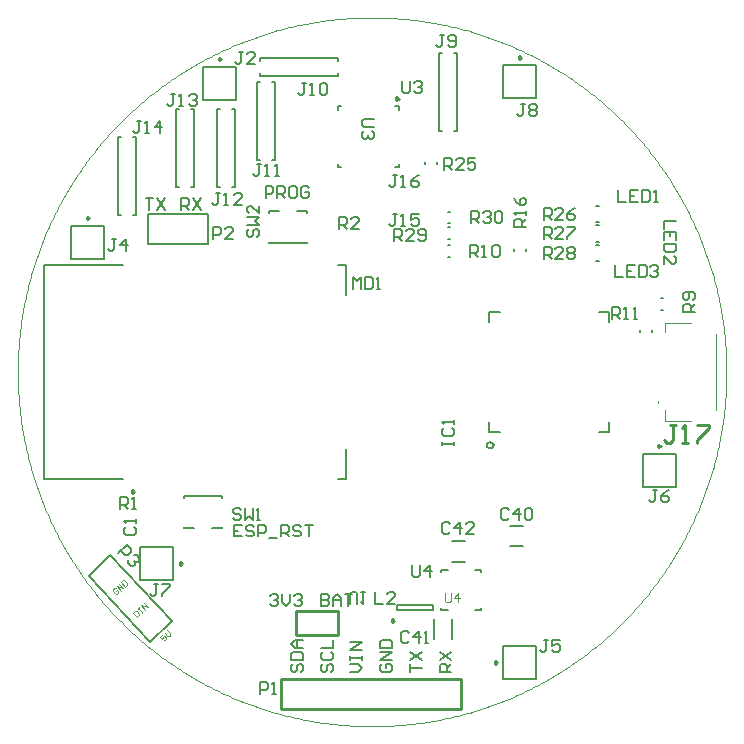
<source format=gto>
G04*
G04 #@! TF.GenerationSoftware,Altium Limited,Altium Designer,22.4.2 (48)*
G04*
G04 Layer_Color=65535*
%FSLAX25Y25*%
%MOIN*%
G70*
G04*
G04 #@! TF.SameCoordinates,A5219701-5F61-4D45-AD81-8ED9BC4A77AE*
G04*
G04*
G04 #@! TF.FilePolarity,Positive*
G04*
G01*
G75*
%ADD10C,0.00984*%
%ADD11C,0.00394*%
%ADD12C,0.00394*%
%ADD13C,0.00591*%
%ADD14C,0.00787*%
%ADD15C,0.01000*%
%ADD16C,0.00600*%
%ADD17C,0.00004*%
%ADD18C,0.00700*%
%ADD19C,0.00400*%
D10*
X146618Y228941D02*
X145880Y229367D01*
Y228515D01*
X146618Y228941D01*
X74563Y74000D02*
X73825Y74426D01*
Y73574D01*
X74563Y74000D01*
X145177Y54941D02*
X144439Y55367D01*
Y54515D01*
X145177Y54941D01*
X58524Y97933D02*
X57785Y98359D01*
Y97507D01*
X58524Y97933D01*
X179421Y41000D02*
X178683Y41426D01*
Y40574D01*
X179421Y41000D01*
X87492Y242071D02*
X86754Y242497D01*
Y241645D01*
X87492Y242071D01*
X43492Y189071D02*
X42754Y189497D01*
Y188645D01*
X43492Y189071D01*
X233992Y113071D02*
X233254Y113497D01*
Y112645D01*
X233992Y113071D01*
X187492Y242571D02*
X186754Y242997D01*
Y242145D01*
X187492Y242571D01*
D11*
X232976Y127953D02*
Y127559D01*
Y127953D01*
X252465Y125197D02*
Y150394D01*
X235535Y154134D02*
X244000D01*
X235535Y151181D02*
Y154134D01*
Y121457D02*
Y125197D01*
Y121457D02*
X244000D01*
X68137Y50390D02*
X67177Y49496D01*
X67848Y48776D01*
X68104Y49463D01*
X68344Y49687D01*
X68808Y49671D01*
X69255Y49191D01*
X69239Y48728D01*
X68759Y48280D01*
X68296Y48296D01*
X68616Y50838D02*
X69511Y49878D01*
X70438Y49846D01*
X70471Y50773D01*
X69576Y51732D01*
X58177Y57496D02*
X59519Y56056D01*
X60239Y56727D01*
X60255Y57191D01*
X59360Y58151D01*
X58897Y58167D01*
X58177Y57496D01*
X59617Y58838D02*
X60096Y59285D01*
X59856Y59061D01*
X61199Y57622D01*
X60959Y57398D01*
X61438Y57846D01*
X62158Y58517D02*
X60816Y59956D01*
X63117Y59412D01*
X61775Y60851D01*
X52360Y65650D02*
X51897Y65667D01*
X51417Y65219D01*
X51401Y64756D01*
X52296Y63796D01*
X52759Y63780D01*
X53239Y64227D01*
X53255Y64691D01*
X52808Y65171D01*
X52328Y64723D01*
X53959Y64899D02*
X52617Y66338D01*
X54918Y65793D01*
X53576Y67232D01*
X54056Y67680D02*
X55398Y66241D01*
X56117Y66912D01*
X56134Y67375D01*
X55239Y68335D01*
X54775Y68351D01*
X54056Y67680D01*
D12*
X159496Y71106D02*
D03*
D13*
X178279Y113386D02*
X177860Y114256D01*
X176918Y114471D01*
X176162Y113869D01*
Y112903D01*
X176918Y112300D01*
X177860Y112515D01*
X178279Y113386D01*
X212606Y186756D02*
X213394D01*
X212606Y181244D02*
X213394D01*
X212606Y180256D02*
X213394D01*
X212606Y174744D02*
X213394D01*
X212606Y193256D02*
X213394D01*
X212606Y187744D02*
X213394D01*
X163106Y176031D02*
X163894D01*
X163106Y179968D02*
X163894D01*
X216929Y117717D02*
Y121260D01*
X213386Y117717D02*
X216929D01*
X213386Y157874D02*
X216929D01*
Y154331D02*
Y157874D01*
X176772D02*
X180315D01*
X176772Y154331D02*
Y157874D01*
Y117717D02*
Y121260D01*
Y117717D02*
X180315D01*
X163106Y187303D02*
X163894D01*
X163106Y191240D02*
X163894D01*
X163106Y182032D02*
X163894D01*
X163106Y185969D02*
X163894D01*
X234106Y162469D02*
X234894D01*
X234106Y158532D02*
X234894D01*
X227032Y151106D02*
Y151894D01*
X230969Y151106D02*
Y151894D01*
X188969Y178106D02*
Y178894D01*
X185032Y178106D02*
Y178894D01*
X155531Y207106D02*
Y207894D01*
X159468Y207106D02*
Y207894D01*
D14*
X145595Y226382D02*
X146716D01*
Y225260D02*
Y226382D01*
Y206106D02*
Y207228D01*
X145595Y206106D02*
X146716D01*
X126441D02*
X127563D01*
X126441D02*
Y207228D01*
Y226382D02*
X127563D01*
X126441Y225260D02*
Y226382D01*
X71512Y68488D02*
Y79512D01*
X60488Y68488D02*
X71512D01*
X60488D02*
Y79512D01*
X71512D01*
X158071Y58484D02*
Y60059D01*
X146260D02*
X158071D01*
X146260Y58484D02*
X158071D01*
X146260D02*
Y60059D01*
X174260Y71106D02*
Y71736D01*
Y58350D02*
Y58980D01*
X160874Y58350D02*
Y58980D01*
Y71106D02*
Y71736D01*
X163039D01*
X172095D02*
X174260D01*
X172095Y58350D02*
X174260D01*
X160874D02*
X163039D01*
X103508Y180685D02*
X116106D01*
X103508Y190823D02*
Y191315D01*
Y180685D02*
Y181177D01*
X112858Y191315D02*
X116106D01*
X103508D02*
X106756D01*
X116106Y190823D02*
Y191315D01*
Y180685D02*
Y181177D01*
X28346Y102165D02*
X54783D01*
X126280D02*
X129134D01*
Y163543D02*
Y173425D01*
Y102165D02*
Y112047D01*
X28346Y173425D02*
X54783D01*
X126280D02*
X129134D01*
X28346Y102165D02*
Y173425D01*
X158547Y48654D02*
Y55347D01*
X164453Y48654D02*
Y55347D01*
X181488Y35488D02*
Y46512D01*
X192512D01*
Y35488D02*
Y46512D01*
X181488Y35488D02*
X192512D01*
X183902Y79697D02*
X188232D01*
X183902Y86390D02*
X188232D01*
X164335Y74457D02*
X168665D01*
X164335Y81543D02*
X168665D01*
X81488Y228488D02*
Y239512D01*
Y228488D02*
X92512D01*
Y239512D01*
X81488D02*
X92512D01*
X37488Y175488D02*
Y186512D01*
Y175488D02*
X48512D01*
Y186512D01*
X37488D02*
X48512D01*
X227988Y99488D02*
Y110512D01*
Y99488D02*
X239012D01*
Y110512D01*
X227988D02*
X239012D01*
X181488Y228988D02*
Y240012D01*
Y228988D02*
X192512D01*
Y240012D01*
X181488D02*
X192512D01*
X83000Y180500D02*
Y190500D01*
X63000Y180500D02*
X83000D01*
X63000D02*
Y190500D01*
X83000D01*
X50607Y76694D02*
X71067Y54753D01*
X43293Y69874D02*
X50607Y76694D01*
X43293Y69874D02*
X63753Y47933D01*
X71067Y54753D01*
X75201Y95823D02*
Y96315D01*
Y85685D02*
Y86177D01*
X84551Y85685D02*
X87799D01*
X75201D02*
X78449D01*
X87799Y95823D02*
Y96315D01*
Y85685D02*
Y86177D01*
X75201Y96315D02*
X87799D01*
X147799Y234712D02*
Y231432D01*
X148455Y230776D01*
X149767D01*
X150423Y231432D01*
Y234712D01*
X151735Y234056D02*
X152391Y234712D01*
X153703D01*
X154358Y234056D01*
Y233400D01*
X153703Y232744D01*
X153047D01*
X153703D01*
X154358Y232088D01*
Y231432D01*
X153703Y230776D01*
X152391D01*
X151735Y231432D01*
X103787Y63067D02*
X104443Y63723D01*
X105755D01*
X106411Y63067D01*
Y62411D01*
X105755Y61755D01*
X105099D01*
X105755D01*
X106411Y61099D01*
Y60443D01*
X105755Y59787D01*
X104443D01*
X103787Y60443D01*
X107723Y63723D02*
Y61099D01*
X109035Y59787D01*
X110347Y61099D01*
Y63723D01*
X111659Y63067D02*
X112315Y63723D01*
X113627D01*
X114283Y63067D01*
Y62411D01*
X113627Y61755D01*
X112971D01*
X113627D01*
X114283Y61099D01*
Y60443D01*
X113627Y59787D01*
X112315D01*
X111659Y60443D01*
X62287Y195723D02*
X64911D01*
X63599D01*
Y191787D01*
X66223Y195723D02*
X68847Y191787D01*
Y195723D02*
X66223Y191787D01*
X74095D02*
Y195723D01*
X76063D01*
X76718Y195067D01*
Y193755D01*
X76063Y193099D01*
X74095D01*
X75406D02*
X76718Y191787D01*
X78030Y195723D02*
X80654Y191787D01*
Y195723D02*
X78030Y191787D01*
X111433Y40411D02*
X110777Y39755D01*
Y38443D01*
X111433Y37787D01*
X112089D01*
X112745Y38443D01*
Y39755D01*
X113401Y40411D01*
X114057D01*
X114713Y39755D01*
Y38443D01*
X114057Y37787D01*
X110777Y41723D02*
X114713D01*
Y43691D01*
X114057Y44347D01*
X111433D01*
X110777Y43691D01*
Y41723D01*
X114713Y45659D02*
X112089D01*
X110777Y46971D01*
X112089Y48283D01*
X114713D01*
X112745D01*
Y45659D01*
X121333Y40411D02*
X120677Y39755D01*
Y38443D01*
X121333Y37787D01*
X121989D01*
X122645Y38443D01*
Y39755D01*
X123301Y40411D01*
X123957D01*
X124613Y39755D01*
Y38443D01*
X123957Y37787D01*
X121333Y44347D02*
X120677Y43691D01*
Y42379D01*
X121333Y41723D01*
X123957D01*
X124613Y42379D01*
Y43691D01*
X123957Y44347D01*
X120677Y45659D02*
X124613D01*
Y48283D01*
X164213Y37787D02*
X160277D01*
Y39755D01*
X160933Y40411D01*
X162245D01*
X162901Y39755D01*
Y37787D01*
Y39099D02*
X164213Y40411D01*
X160277Y41723D02*
X164213Y44347D01*
X160277D02*
X164213Y41723D01*
X150377Y37787D02*
Y40411D01*
Y39099D01*
X154313D01*
X150377Y41723D02*
X154313Y44347D01*
X150377D02*
X154313Y41723D01*
X141133Y40411D02*
X140477Y39755D01*
Y38443D01*
X141133Y37787D01*
X143757D01*
X144413Y38443D01*
Y39755D01*
X143757Y40411D01*
X142445D01*
Y39099D01*
X144413Y41723D02*
X140477D01*
X144413Y44347D01*
X140477D01*
Y45659D02*
X144413D01*
Y47627D01*
X143757Y48283D01*
X141133D01*
X140477Y47627D01*
Y45659D01*
X130577Y37787D02*
X133201D01*
X134513Y39099D01*
X133201Y40411D01*
X130577D01*
Y41723D02*
Y43035D01*
Y42379D01*
X134513D01*
Y41723D01*
Y43035D01*
Y45003D02*
X130577D01*
X134513Y47627D01*
X130577D01*
X94411Y86879D02*
X91787D01*
Y82943D01*
X94411D01*
X91787Y84911D02*
X93099D01*
X98347Y86223D02*
X97691Y86879D01*
X96379D01*
X95723Y86223D01*
Y85567D01*
X96379Y84911D01*
X97691D01*
X98347Y84255D01*
Y83599D01*
X97691Y82943D01*
X96379D01*
X95723Y83599D01*
X99659Y82943D02*
Y86879D01*
X101627D01*
X102283Y86223D01*
Y84911D01*
X101627Y84255D01*
X99659D01*
X103595Y82287D02*
X106218D01*
X107530Y82943D02*
Y86879D01*
X109498D01*
X110154Y86223D01*
Y84911D01*
X109498Y84255D01*
X107530D01*
X108842D02*
X110154Y82943D01*
X114090Y86223D02*
X113434Y86879D01*
X112122D01*
X111466Y86223D01*
Y85567D01*
X112122Y84911D01*
X113434D01*
X114090Y84255D01*
Y83599D01*
X113434Y82943D01*
X112122D01*
X111466Y83599D01*
X115402Y86879D02*
X118026D01*
X116714D01*
Y82943D01*
X102287Y195787D02*
Y199723D01*
X104255D01*
X104911Y199067D01*
Y197755D01*
X104255Y197099D01*
X102287D01*
X106223Y195787D02*
Y199723D01*
X108191D01*
X108847Y199067D01*
Y197755D01*
X108191Y197099D01*
X106223D01*
X107535D02*
X108847Y195787D01*
X112127Y199723D02*
X110815D01*
X110159Y199067D01*
Y196443D01*
X110815Y195787D01*
X112127D01*
X112783Y196443D01*
Y199067D01*
X112127Y199723D01*
X116718Y199067D02*
X116062Y199723D01*
X114751D01*
X114095Y199067D01*
Y196443D01*
X114751Y195787D01*
X116062D01*
X116718Y196443D01*
Y197755D01*
X115407D01*
X66344Y66968D02*
X65032D01*
X65688D01*
Y63688D01*
X65032Y63032D01*
X64376D01*
X63720Y63688D01*
X67656Y66968D02*
X70280D01*
Y66312D01*
X67656Y63688D01*
Y63032D01*
X115704Y233968D02*
X114392D01*
X115048D01*
Y230688D01*
X114392Y230032D01*
X113736D01*
X113080Y230688D01*
X117016Y230032D02*
X118328D01*
X117672D01*
Y233968D01*
X117016Y233312D01*
X120296D02*
X120952Y233968D01*
X122264D01*
X122920Y233312D01*
Y230688D01*
X122264Y230032D01*
X120952D01*
X120296Y230688D01*
Y233312D01*
X151220Y73468D02*
Y70188D01*
X151876Y69532D01*
X153188D01*
X153844Y70188D01*
Y73468D01*
X157124Y69532D02*
Y73468D01*
X155156Y71500D01*
X157780D01*
X120752Y63723D02*
Y59787D01*
X122720D01*
X123376Y60443D01*
Y61099D01*
X122720Y61755D01*
X120752D01*
X122720D01*
X123376Y62411D01*
Y63067D01*
X122720Y63723D01*
X120752D01*
X124688Y59787D02*
Y62411D01*
X126000Y63723D01*
X127312Y62411D01*
Y59787D01*
Y61755D01*
X124688D01*
X128624Y63723D02*
X131248D01*
X129936D01*
Y59787D01*
X138886Y64472D02*
Y60536D01*
X141509D01*
X145445D02*
X142821D01*
X145445Y63160D01*
Y63816D01*
X144789Y64472D01*
X143477D01*
X142821Y63816D01*
X163876Y87044D02*
X163220Y87700D01*
X161908D01*
X161252Y87044D01*
Y84420D01*
X161908Y83764D01*
X163220D01*
X163876Y84420D01*
X167156Y83764D02*
Y87700D01*
X165188Y85732D01*
X167812D01*
X171748Y83764D02*
X169124D01*
X171748Y86388D01*
Y87044D01*
X171092Y87700D01*
X169780D01*
X169124Y87044D01*
X150032Y50812D02*
X149376Y51468D01*
X148064D01*
X147408Y50812D01*
Y48188D01*
X148064Y47532D01*
X149376D01*
X150032Y48188D01*
X153312Y47532D02*
Y51468D01*
X151344Y49500D01*
X153968D01*
X155280Y47532D02*
X156592D01*
X155936D01*
Y51468D01*
X155280Y50812D01*
X183376Y91812D02*
X182720Y92468D01*
X181408D01*
X180752Y91812D01*
Y89188D01*
X181408Y88532D01*
X182720D01*
X183376Y89188D01*
X186656Y88532D02*
Y92468D01*
X184688Y90500D01*
X187312D01*
X188624Y91812D02*
X189280Y92468D01*
X190592D01*
X191248Y91812D01*
Y89188D01*
X190592Y88532D01*
X189280D01*
X188624Y89188D01*
Y91812D01*
X170752Y187532D02*
Y191468D01*
X172720D01*
X173376Y190812D01*
Y189500D01*
X172720Y188844D01*
X170752D01*
X172064D02*
X173376Y187532D01*
X174688Y190812D02*
X175344Y191468D01*
X176656D01*
X177312Y190812D01*
Y190156D01*
X176656Y189500D01*
X176000D01*
X176656D01*
X177312Y188844D01*
Y188188D01*
X176656Y187532D01*
X175344D01*
X174688Y188188D01*
X178624Y190812D02*
X179280Y191468D01*
X180592D01*
X181248Y190812D01*
Y188188D01*
X180592Y187532D01*
X179280D01*
X178624Y188188D01*
Y190812D01*
X145252Y181532D02*
Y185468D01*
X147220D01*
X147876Y184812D01*
Y183500D01*
X147220Y182844D01*
X145252D01*
X146564D02*
X147876Y181532D01*
X151812D02*
X149188D01*
X151812Y184156D01*
Y184812D01*
X151156Y185468D01*
X149844D01*
X149188Y184812D01*
X153124Y182188D02*
X153780Y181532D01*
X155092D01*
X155748Y182188D01*
Y184812D01*
X155092Y185468D01*
X153780D01*
X153124Y184812D01*
Y184156D01*
X153780Y183500D01*
X155748D01*
X146204Y203468D02*
X144892D01*
X145548D01*
Y200188D01*
X144892Y199532D01*
X144236D01*
X143580Y200188D01*
X147516Y199532D02*
X148828D01*
X148172D01*
Y203468D01*
X147516Y202812D01*
X153420Y203468D02*
X152108Y202812D01*
X150796Y201500D01*
Y200188D01*
X151452Y199532D01*
X152764D01*
X153420Y200188D01*
Y200844D01*
X152764Y201500D01*
X150796D01*
X146204Y190468D02*
X144892D01*
X145548D01*
Y187188D01*
X144892Y186532D01*
X144236D01*
X143580Y187188D01*
X147516Y186532D02*
X148828D01*
X148172D01*
Y190468D01*
X147516Y189812D01*
X153420Y190468D02*
X150796D01*
Y188500D01*
X152108Y189156D01*
X152764D01*
X153420Y188500D01*
Y187188D01*
X152764Y186532D01*
X151452D01*
X150796Y187188D01*
X195000Y175600D02*
Y179536D01*
X196968D01*
X197624Y178880D01*
Y177568D01*
X196968Y176912D01*
X195000D01*
X196312D02*
X197624Y175600D01*
X201560D02*
X198936D01*
X201560Y178224D01*
Y178880D01*
X200904Y179536D01*
X199592D01*
X198936Y178880D01*
X202871D02*
X203527Y179536D01*
X204839D01*
X205495Y178880D01*
Y178224D01*
X204839Y177568D01*
X205495Y176912D01*
Y176256D01*
X204839Y175600D01*
X203527D01*
X202871Y176256D01*
Y176912D01*
X203527Y177568D01*
X202871Y178224D01*
Y178880D01*
X203527Y177568D02*
X204839D01*
X195000Y182100D02*
Y186036D01*
X196968D01*
X197624Y185380D01*
Y184068D01*
X196968Y183412D01*
X195000D01*
X196312D02*
X197624Y182100D01*
X201560D02*
X198936D01*
X201560Y184724D01*
Y185380D01*
X200904Y186036D01*
X199592D01*
X198936Y185380D01*
X202871Y186036D02*
X205495D01*
Y185380D01*
X202871Y182756D01*
Y182100D01*
X195000Y188600D02*
Y192536D01*
X196968D01*
X197624Y191880D01*
Y190568D01*
X196968Y189912D01*
X195000D01*
X196312D02*
X197624Y188600D01*
X201560D02*
X198936D01*
X201560Y191224D01*
Y191880D01*
X200904Y192536D01*
X199592D01*
X198936Y191880D01*
X205495Y192536D02*
X204183Y191880D01*
X202871Y190568D01*
Y189256D01*
X203527Y188600D01*
X204839D01*
X205495Y189256D01*
Y189912D01*
X204839Y190568D01*
X202871D01*
X218784Y173468D02*
Y169532D01*
X221408D01*
X225344Y173468D02*
X222720D01*
Y169532D01*
X225344D01*
X222720Y171500D02*
X224032D01*
X226656Y173468D02*
Y169532D01*
X228624D01*
X229280Y170188D01*
Y172812D01*
X228624Y173468D01*
X226656D01*
X230592Y172812D02*
X231248Y173468D01*
X232560D01*
X233215Y172812D01*
Y172156D01*
X232560Y171500D01*
X231904D01*
X232560D01*
X233215Y170844D01*
Y170188D01*
X232560Y169532D01*
X231248D01*
X230592Y170188D01*
X238968Y188215D02*
X235032D01*
Y185592D01*
X238968Y181656D02*
Y184280D01*
X235032D01*
Y181656D01*
X237000Y184280D02*
Y182968D01*
X238968Y180344D02*
X235032D01*
Y178376D01*
X235688Y177720D01*
X238312D01*
X238968Y178376D01*
Y180344D01*
X235032Y173784D02*
Y176408D01*
X237656Y173784D01*
X238312D01*
X238968Y174440D01*
Y175752D01*
X238312Y176408D01*
X219940Y198468D02*
Y194532D01*
X222564D01*
X226500Y198468D02*
X223876D01*
Y194532D01*
X226500D01*
X223876Y196500D02*
X225188D01*
X227812Y198468D02*
Y194532D01*
X229780D01*
X230436Y195188D01*
Y197812D01*
X229780Y198468D01*
X227812D01*
X231748Y194532D02*
X233060D01*
X232404D01*
Y198468D01*
X231748Y197812D01*
X60704Y221468D02*
X59392D01*
X60048D01*
Y218188D01*
X59392Y217532D01*
X58736D01*
X58080Y218188D01*
X62016Y217532D02*
X63328D01*
X62672D01*
Y221468D01*
X62016Y220812D01*
X67264Y217532D02*
Y221468D01*
X65296Y219500D01*
X67920D01*
X72204Y230468D02*
X70892D01*
X71548D01*
Y227188D01*
X70892Y226532D01*
X70236D01*
X69580Y227188D01*
X73516Y226532D02*
X74828D01*
X74172D01*
Y230468D01*
X73516Y229812D01*
X76796D02*
X77452Y230468D01*
X78764D01*
X79420Y229812D01*
Y229156D01*
X78764Y228500D01*
X78108D01*
X78764D01*
X79420Y227844D01*
Y227188D01*
X78764Y226532D01*
X77452D01*
X76796Y227188D01*
X87204Y197468D02*
X85892D01*
X86548D01*
Y194188D01*
X85892Y193532D01*
X85236D01*
X84580Y194188D01*
X88516Y193532D02*
X89828D01*
X89172D01*
Y197468D01*
X88516Y196812D01*
X94420Y193532D02*
X91796D01*
X94420Y196156D01*
Y196812D01*
X93764Y197468D01*
X92452D01*
X91796Y196812D01*
X100860Y206968D02*
X99548D01*
X100204D01*
Y203688D01*
X99548Y203032D01*
X98892D01*
X98236Y203688D01*
X102172Y203032D02*
X103484D01*
X102828D01*
Y206968D01*
X102172Y206312D01*
X105452Y203032D02*
X106764D01*
X106108D01*
Y206968D01*
X105452Y206312D01*
X161844Y249968D02*
X160532D01*
X161188D01*
Y246688D01*
X160532Y246032D01*
X159876D01*
X159220Y246688D01*
X163156D02*
X163812Y246032D01*
X165124D01*
X165780Y246688D01*
Y249312D01*
X165124Y249968D01*
X163812D01*
X163156Y249312D01*
Y248656D01*
X163812Y248000D01*
X165780D01*
X161752Y205032D02*
Y208968D01*
X163720D01*
X164376Y208312D01*
Y207000D01*
X163720Y206344D01*
X161752D01*
X163064D02*
X164376Y205032D01*
X168312D02*
X165688D01*
X168312Y207656D01*
Y208312D01*
X167656Y208968D01*
X166344D01*
X165688Y208312D01*
X172248Y208968D02*
X169624D01*
Y207000D01*
X170936Y207656D01*
X171592D01*
X172248Y207000D01*
Y205688D01*
X171592Y205032D01*
X170280D01*
X169624Y205688D01*
X217736Y155532D02*
Y159468D01*
X219704D01*
X220360Y158812D01*
Y157500D01*
X219704Y156844D01*
X217736D01*
X219048D02*
X220360Y155532D01*
X221672D02*
X222984D01*
X222328D01*
Y159468D01*
X221672Y158812D01*
X224952Y155532D02*
X226264D01*
X225608D01*
Y159468D01*
X224952Y158812D01*
X170580Y176032D02*
Y179968D01*
X172548D01*
X173204Y179312D01*
Y178000D01*
X172548Y177344D01*
X170580D01*
X171892D02*
X173204Y176032D01*
X174516D02*
X175828D01*
X175172D01*
Y179968D01*
X174516Y179312D01*
X177796D02*
X178452Y179968D01*
X179764D01*
X180420Y179312D01*
Y176688D01*
X179764Y176032D01*
X178452D01*
X177796Y176688D01*
Y179312D01*
X245468Y157720D02*
X241532D01*
Y159688D01*
X242188Y160344D01*
X243500D01*
X244156Y159688D01*
Y157720D01*
Y159032D02*
X245468Y160344D01*
X244812Y161656D02*
X245468Y162312D01*
Y163624D01*
X244812Y164280D01*
X242188D01*
X241532Y163624D01*
Y162312D01*
X242188Y161656D01*
X242844D01*
X243500Y162312D01*
Y164280D01*
X161134Y113279D02*
Y114591D01*
Y113935D01*
X165069D01*
Y113279D01*
Y114591D01*
X161790Y119183D02*
X161134Y118527D01*
Y117215D01*
X161790Y116559D01*
X164413D01*
X165069Y117215D01*
Y118527D01*
X164413Y119183D01*
X165069Y120495D02*
Y121807D01*
Y121151D01*
X161134D01*
X161790Y120495D01*
X188968Y186080D02*
X185032D01*
Y188048D01*
X185688Y188704D01*
X187000D01*
X187656Y188048D01*
Y186080D01*
Y187392D02*
X188968Y188704D01*
Y190016D02*
Y191328D01*
Y190672D01*
X185032D01*
X185688Y190016D01*
X185032Y195920D02*
X185688Y194608D01*
X187000Y193296D01*
X188312D01*
X188968Y193952D01*
Y195264D01*
X188312Y195920D01*
X187656D01*
X187000Y195264D01*
Y193296D01*
X188844Y226968D02*
X187532D01*
X188188D01*
Y223688D01*
X187532Y223032D01*
X186876D01*
X186220Y223688D01*
X190156Y226312D02*
X190812Y226968D01*
X192124D01*
X192780Y226312D01*
Y225656D01*
X192124Y225000D01*
X192780Y224344D01*
Y223688D01*
X192124Y223032D01*
X190812D01*
X190156Y223688D01*
Y224344D01*
X190812Y225000D01*
X190156Y225656D01*
Y226312D01*
X190812Y225000D02*
X192124D01*
X232844Y98468D02*
X231532D01*
X232188D01*
Y95188D01*
X231532Y94532D01*
X230876D01*
X230220Y95188D01*
X236780Y98468D02*
X235468Y97812D01*
X234156Y96500D01*
Y95188D01*
X234812Y94532D01*
X236124D01*
X236780Y95188D01*
Y95844D01*
X236124Y96500D01*
X234156D01*
X196344Y48468D02*
X195032D01*
X195688D01*
Y45188D01*
X195032Y44532D01*
X194376D01*
X193720Y45188D01*
X200280Y48468D02*
X197656D01*
Y46500D01*
X198968Y47156D01*
X199624D01*
X200280Y46500D01*
Y45188D01*
X199624Y44532D01*
X198312D01*
X197656Y45188D01*
X52344Y181968D02*
X51032D01*
X51688D01*
Y178688D01*
X51032Y178032D01*
X50376D01*
X49720Y178688D01*
X55624Y178032D02*
Y181968D01*
X53656Y180000D01*
X56280D01*
X94844Y244468D02*
X93532D01*
X94188D01*
Y241188D01*
X93532Y240532D01*
X92876D01*
X92220Y241188D01*
X98780Y240532D02*
X96156D01*
X98780Y243156D01*
Y243812D01*
X98124Y244468D01*
X96812D01*
X96156Y243812D01*
X96688Y185376D02*
X96032Y184720D01*
Y183408D01*
X96688Y182752D01*
X97344D01*
X98000Y183408D01*
Y184720D01*
X98656Y185376D01*
X99312D01*
X99968Y184720D01*
Y183408D01*
X99312Y182752D01*
X96032Y186688D02*
X99968D01*
X98656Y188000D01*
X99968Y189312D01*
X96032D01*
X99968Y193248D02*
Y190624D01*
X97344Y193248D01*
X96688D01*
X96032Y192592D01*
Y191280D01*
X96688Y190624D01*
X94032Y91812D02*
X93376Y92468D01*
X92064D01*
X91408Y91812D01*
Y91156D01*
X92064Y90500D01*
X93376D01*
X94032Y89844D01*
Y89188D01*
X93376Y88532D01*
X92064D01*
X91408Y89188D01*
X95344Y92468D02*
Y88532D01*
X96656Y89844D01*
X97968Y88532D01*
Y92468D01*
X99280Y88532D02*
X100592D01*
X99936D01*
Y92468D01*
X99280Y91812D01*
X126720Y185532D02*
Y189468D01*
X128688D01*
X129344Y188812D01*
Y187500D01*
X128688Y186844D01*
X126720D01*
X128032D02*
X129344Y185532D01*
X133280D02*
X130656D01*
X133280Y188156D01*
Y188812D01*
X132624Y189468D01*
X131312D01*
X130656Y188812D01*
X53876Y92032D02*
Y95968D01*
X55844D01*
X56500Y95312D01*
Y94000D01*
X55844Y93344D01*
X53876D01*
X55188D02*
X56500Y92032D01*
X57812D02*
X59124D01*
X58468D01*
Y95968D01*
X57812Y95312D01*
X53271Y77377D02*
X56149Y80061D01*
X57491Y78622D01*
X57459Y77695D01*
X56499Y76800D01*
X55572Y76833D01*
X54230Y78272D01*
X58354Y76736D02*
X59281Y76703D01*
X60175Y75744D01*
X60143Y74817D01*
X59663Y74369D01*
X58736Y74401D01*
X58289Y74881D01*
X58736Y74401D01*
X58704Y73474D01*
X58224Y73027D01*
X57297Y73059D01*
X56402Y74019D01*
X56435Y74946D01*
X84720Y182032D02*
Y185968D01*
X86688D01*
X87344Y185312D01*
Y184000D01*
X86688Y183344D01*
X84720D01*
X91280Y182032D02*
X88656D01*
X91280Y184656D01*
Y185312D01*
X90624Y185968D01*
X89312D01*
X88656Y185312D01*
X100376Y30532D02*
Y34468D01*
X102344D01*
X103000Y33812D01*
Y32500D01*
X102344Y31844D01*
X100376D01*
X104312Y30532D02*
X105624D01*
X104968D01*
Y34468D01*
X104312Y33812D01*
X131408Y165532D02*
Y169468D01*
X132720Y168156D01*
X134032Y169468D01*
Y165532D01*
X135344Y169468D02*
Y165532D01*
X137312D01*
X137968Y166188D01*
Y168812D01*
X137312Y169468D01*
X135344D01*
X139280Y165532D02*
X140592D01*
X139936D01*
Y169468D01*
X139280Y168812D01*
X55688Y86000D02*
X55032Y85344D01*
Y84032D01*
X55688Y83376D01*
X58312D01*
X58968Y84032D01*
Y85344D01*
X58312Y86000D01*
X58968Y87312D02*
Y88624D01*
Y87968D01*
X55032D01*
X55688Y87312D01*
X130307Y60501D02*
Y63781D01*
X130963Y64437D01*
X132275D01*
X132931Y63781D01*
Y60501D01*
X134243Y64437D02*
X135555D01*
X134899D01*
Y60501D01*
X134243Y61157D01*
D15*
X107480Y25315D02*
X167480D01*
X107480Y35315D02*
X167480D01*
Y25315D02*
Y35315D01*
X107480Y25315D02*
Y35315D01*
X112500Y58227D02*
X126500D01*
Y50227D02*
Y58227D01*
X112500Y50227D02*
X126500D01*
X112500D02*
Y58227D01*
X239001Y119999D02*
X237002D01*
X238001D01*
Y115001D01*
X237002Y114001D01*
X236002D01*
X235002Y115001D01*
X241001Y114001D02*
X243000D01*
X242000D01*
Y119999D01*
X241001Y118999D01*
X245999Y119999D02*
X249998D01*
Y118999D01*
X245999Y115001D01*
Y114001D01*
D16*
X105500Y208500D02*
Y234500D01*
X104508D02*
X105500D01*
X99500Y208500D02*
Y234500D01*
Y208500D02*
X100492D01*
X104508D02*
X105500D01*
X99500Y234500D02*
X100492D01*
X126500Y241508D02*
Y242500D01*
X100500Y236500D02*
Y237492D01*
Y241508D02*
Y242500D01*
X126500D01*
Y236500D02*
Y237492D01*
X100500Y236500D02*
X126500D01*
X92131Y199500D02*
Y225500D01*
X91139D02*
X92131D01*
X86131Y199500D02*
Y225500D01*
Y199500D02*
X87123D01*
X91139D02*
X92131D01*
X86131Y225500D02*
X87123D01*
X78500Y199500D02*
Y225500D01*
X77508D02*
X78500D01*
X72500Y199500D02*
Y225500D01*
Y199500D02*
X73492D01*
X77508D02*
X78500D01*
X72500Y225500D02*
X73492D01*
X53000Y216000D02*
X53992D01*
X58008Y190000D02*
X59000D01*
X53000D02*
X53992D01*
X53000D02*
Y216000D01*
X58008D02*
X59000D01*
Y190000D02*
Y216000D01*
X165008Y218000D02*
X166000D01*
X160000Y244000D02*
X160992D01*
X165008D02*
X166000D01*
Y218000D02*
Y244000D01*
X160000Y218000D02*
X160992D01*
X160000D02*
Y244000D01*
D17*
X137795Y19685D02*
X138793Y19689D01*
X139790Y19702D01*
X140787Y19723D01*
X141784Y19752D01*
X142781Y19790D01*
X143777Y19837D01*
X144773Y19891D01*
X145769Y19954D01*
X146764Y20026D01*
X147758Y20106D01*
X148751Y20194D01*
X149744Y20291D01*
X150736Y20396D01*
X151727Y20509D01*
X152717Y20631D01*
X153706Y20762D01*
X154693Y20900D01*
X155680Y21047D01*
X156665Y21202D01*
X157649Y21366D01*
X158632Y21538D01*
X159613Y21718D01*
X160592Y21906D01*
X161570Y22103D01*
X162546Y22308D01*
X163521Y22521D01*
X164493Y22742D01*
X165464Y22972D01*
X166432Y23209D01*
X167399Y23455D01*
X168364Y23709D01*
X169326Y23971D01*
X170286Y24242D01*
X171244Y24520D01*
X172199Y24807D01*
X173152Y25101D01*
X174102Y25404D01*
X175050Y25715D01*
X175996Y26033D01*
X176938Y26360D01*
X177878Y26694D01*
X178814Y27037D01*
X179748Y27387D01*
X180679Y27745D01*
X181607Y28111D01*
X182532Y28485D01*
X183453Y28867D01*
X184371Y29256D01*
X185286Y29654D01*
X186198Y30059D01*
X187106Y30471D01*
X188011Y30891D01*
X188911Y31319D01*
X189809Y31755D01*
X190702Y32198D01*
X191592Y32648D01*
X192478Y33106D01*
X193360Y33572D01*
X194239Y34045D01*
X195113Y34525D01*
X195983Y35013D01*
X196849Y35508D01*
X197710Y36010D01*
X198568Y36520D01*
X199421Y37037D01*
X200270Y37561D01*
X201114Y38092D01*
X201954Y38630D01*
X202789Y39175D01*
X203619Y39728D01*
X204445Y40287D01*
X205266Y40854D01*
X206082Y41427D01*
X206894Y42007D01*
X207700Y42594D01*
X208502Y43187D01*
X209298Y43788D01*
X210089Y44395D01*
X210876Y45009D01*
X211656Y45629D01*
X212432Y46256D01*
X213203Y46890D01*
X213967Y47530D01*
X214727Y48177D01*
X215481Y48829D01*
X216230Y49489D01*
X216973Y50154D01*
X217710Y50826D01*
X218442Y51504D01*
X219167Y52188D01*
X219887Y52878D01*
X220602Y53574D01*
X221310Y54277D01*
X222012Y54985D01*
X222709Y55699D01*
X223399Y56419D01*
X224083Y57145D01*
X224761Y57876D01*
X225433Y58614D01*
X226098Y59357D01*
X226758Y60105D01*
X227410Y60859D01*
X228057Y61619D01*
X228697Y62384D01*
X229330Y63154D01*
X229958Y63930D01*
X230578Y64711D01*
X231192Y65497D01*
X231799Y66288D01*
X232400Y67084D01*
X232994Y67886D01*
X233580Y68692D01*
X234161Y69504D01*
X234734Y70320D01*
X235300Y71141D01*
X235860Y71967D01*
X236412Y72797D01*
X236957Y73632D01*
X237496Y74472D01*
X238027Y75316D01*
X238551Y76165D01*
X239068Y77018D01*
X239578Y77875D01*
X240080Y78737D01*
X240575Y79603D01*
X241063Y80473D01*
X241543Y81347D01*
X242016Y82225D01*
X242482Y83107D01*
X242940Y83993D01*
X243390Y84883D01*
X243833Y85777D01*
X244269Y86674D01*
X244697Y87575D01*
X245117Y88480D01*
X245530Y89388D01*
X245935Y90299D01*
X246332Y91214D01*
X246722Y92132D01*
X247103Y93054D01*
X247477Y93978D01*
X247843Y94906D01*
X248201Y95837D01*
X248552Y96771D01*
X248894Y97708D01*
X249229Y98647D01*
X249556Y99590D01*
X249874Y100535D01*
X250185Y101483D01*
X250487Y102433D01*
X250782Y103386D01*
X251069Y104341D01*
X251347Y105299D01*
X251618Y106259D01*
X251880Y107221D01*
X252134Y108186D01*
X252380Y109153D01*
X252618Y110121D01*
X252847Y111092D01*
X253069Y112065D01*
X253282Y113039D01*
X253487Y114015D01*
X253683Y114993D01*
X253872Y115972D01*
X254052Y116953D01*
X254224Y117936D01*
X254387Y118920D01*
X254543Y119905D01*
X254690Y120892D01*
X254828Y121879D01*
X254959Y122868D01*
X255080Y123858D01*
X255194Y124849D01*
X255299Y125841D01*
X255396Y126834D01*
X255484Y127827D01*
X255564Y128821D01*
X255636Y129816D01*
X255699Y130812D01*
X255754Y131808D01*
X255800Y132804D01*
X255838Y133801D01*
X255868Y134798D01*
X255889Y135795D01*
X255901Y136792D01*
X255906Y137790D01*
Y137795D01*
X255901Y138793D01*
X255889Y139790D01*
X255868Y140787D01*
X255838Y141784D01*
X255800Y142781D01*
X255754Y143778D01*
X255699Y144773D01*
X255636Y145769D01*
X255564Y146764D01*
X255485Y147758D01*
X255396Y148751D01*
X255299Y149744D01*
X255194Y150736D01*
X255081Y151727D01*
X254959Y152717D01*
X254829Y153706D01*
X254690Y154694D01*
X254543Y155680D01*
X254388Y156666D01*
X254225Y157650D01*
X254053Y158632D01*
X253873Y159613D01*
X253684Y160593D01*
X253488Y161571D01*
X253283Y162547D01*
X253070Y163521D01*
X252848Y164494D01*
X252619Y165464D01*
X252381Y166433D01*
X252135Y167400D01*
X251881Y168365D01*
X251619Y169327D01*
X251348Y170287D01*
X251070Y171245D01*
X250783Y172200D01*
X250489Y173153D01*
X250186Y174104D01*
X249876Y175051D01*
X249557Y175997D01*
X249230Y176939D01*
X248896Y177879D01*
X248553Y178816D01*
X248203Y179750D01*
X247845Y180680D01*
X247479Y181608D01*
X247105Y182533D01*
X246723Y183455D01*
X246334Y184373D01*
X245936Y185288D01*
X245532Y186199D01*
X245119Y187107D01*
X244699Y188012D01*
X244271Y188913D01*
X243835Y189810D01*
X243392Y190704D01*
X242942Y191594D01*
X242483Y192480D01*
X242018Y193362D01*
X241545Y194240D01*
X241065Y195114D01*
X240577Y195984D01*
X240082Y196850D01*
X239579Y197712D01*
X239070Y198570D01*
X238553Y199423D01*
X238029Y200271D01*
X237498Y201116D01*
X236959Y201955D01*
X236414Y202790D01*
X235862Y203621D01*
X235302Y204447D01*
X234736Y205268D01*
X234163Y206084D01*
X233582Y206896D01*
X232996Y207702D01*
X232402Y208504D01*
X231801Y209300D01*
X231194Y210091D01*
X230580Y210877D01*
X229960Y211658D01*
X229332Y212434D01*
X228699Y213205D01*
X228059Y213969D01*
X227412Y214729D01*
X226760Y215483D01*
X226100Y216232D01*
X225435Y216975D01*
X224763Y217712D01*
X224085Y218443D01*
X223401Y219169D01*
X222710Y219889D01*
X222014Y220604D01*
X221312Y221312D01*
X220603Y222014D01*
X219889Y222710D01*
X219169Y223401D01*
X218443Y224085D01*
X217712Y224763D01*
X216975Y225435D01*
X216232Y226100D01*
X215483Y226760D01*
X214729Y227412D01*
X213969Y228059D01*
X213204Y228699D01*
X212434Y229333D01*
X211658Y229960D01*
X210877Y230580D01*
X210091Y231194D01*
X209300Y231801D01*
X208504Y232402D01*
X207702Y232996D01*
X206895Y233582D01*
X206084Y234163D01*
X205268Y234736D01*
X204447Y235302D01*
X203621Y235862D01*
X202790Y236414D01*
X201955Y236959D01*
X201115Y237498D01*
X200271Y238029D01*
X199423Y238553D01*
X198570Y239070D01*
X197712Y239579D01*
X196850Y240082D01*
X195984Y240577D01*
X195114Y241065D01*
X194240Y241545D01*
X193362Y242018D01*
X192480Y242483D01*
X191594Y242942D01*
X190704Y243392D01*
X189810Y243835D01*
X188913Y244271D01*
X188012Y244699D01*
X187107Y245119D01*
X186199Y245532D01*
X185288Y245936D01*
X184373Y246334D01*
X183454Y246723D01*
X182533Y247105D01*
X181608Y247479D01*
X180680Y247845D01*
X179749Y248203D01*
X178815Y248553D01*
X177879Y248896D01*
X176939Y249231D01*
X175996Y249557D01*
X175051Y249876D01*
X174103Y250186D01*
X173153Y250489D01*
X172200Y250783D01*
X171245Y251070D01*
X170287Y251348D01*
X169327Y251619D01*
X168364Y251881D01*
X167400Y252135D01*
X166433Y252381D01*
X165464Y252619D01*
X164494Y252848D01*
X163521Y253070D01*
X162547Y253283D01*
X161571Y253488D01*
X160593Y253684D01*
X159613Y253873D01*
X158632Y254053D01*
X157650Y254225D01*
X156666Y254388D01*
X155680Y254543D01*
X154694Y254690D01*
X153706Y254829D01*
X152717Y254959D01*
X151727Y255081D01*
X150736Y255194D01*
X149744Y255299D01*
X148751Y255396D01*
X147758Y255485D01*
X146764Y255564D01*
X145769Y255636D01*
X144773Y255699D01*
X143777Y255754D01*
X142781Y255800D01*
X141784Y255838D01*
X140787Y255868D01*
X139790Y255889D01*
X138793Y255901D01*
X137795Y255906D01*
X136798Y255901D01*
X135801Y255889D01*
X134803Y255868D01*
X133806Y255838D01*
X132809Y255800D01*
X131813Y255754D01*
X130817Y255699D01*
X129822Y255636D01*
X128827Y255564D01*
X127832Y255485D01*
X126839Y255396D01*
X125846Y255299D01*
X124854Y255194D01*
X123863Y255081D01*
X122873Y254959D01*
X121885Y254829D01*
X120897Y254690D01*
X119910Y254543D01*
X118925Y254388D01*
X117941Y254225D01*
X116958Y254053D01*
X115977Y253873D01*
X114998Y253684D01*
X114020Y253488D01*
X113044Y253283D01*
X112069Y253070D01*
X111097Y252848D01*
X110126Y252619D01*
X109157Y252381D01*
X108191Y252135D01*
X107226Y251881D01*
X106264Y251619D01*
X105304Y251348D01*
X104346Y251070D01*
X103390Y250783D01*
X102437Y250489D01*
X101487Y250186D01*
X100539Y249876D01*
X99594Y249557D01*
X98651Y249230D01*
X97712Y248896D01*
X96775Y248553D01*
X95841Y248203D01*
X94910Y247845D01*
X93982Y247479D01*
X93058Y247105D01*
X92136Y246723D01*
X91218Y246334D01*
X90303Y245936D01*
X89391Y245531D01*
X88483Y245119D01*
X87578Y244699D01*
X86677Y244271D01*
X85780Y243835D01*
X84886Y243392D01*
X83997Y242941D01*
X83111Y242483D01*
X82228Y242018D01*
X81350Y241545D01*
X80476Y241065D01*
X79606Y240577D01*
X78740Y240082D01*
X77878Y239579D01*
X77021Y239070D01*
X76168Y238553D01*
X75319Y238029D01*
X74475Y237498D01*
X73635Y236959D01*
X72800Y236414D01*
X71969Y235862D01*
X71144Y235302D01*
X70323Y234736D01*
X69506Y234162D01*
X68695Y233582D01*
X67888Y232995D01*
X67087Y232402D01*
X66291Y231801D01*
X65499Y231194D01*
X64713Y230580D01*
X63932Y229960D01*
X63156Y229332D01*
X62386Y228699D01*
X61621Y228059D01*
X60861Y227412D01*
X60107Y226759D01*
X59359Y226100D01*
X58616Y225435D01*
X57879Y224763D01*
X57147Y224085D01*
X56421Y223401D01*
X55701Y222710D01*
X54987Y222014D01*
X54279Y221312D01*
X53576Y220603D01*
X52880Y219889D01*
X52190Y219169D01*
X51506Y218443D01*
X50828Y217712D01*
X50156Y216974D01*
X49490Y216232D01*
X48831Y215483D01*
X48178Y214729D01*
X47532Y213969D01*
X46891Y213204D01*
X46258Y212434D01*
X45631Y211658D01*
X45010Y210877D01*
X44396Y210091D01*
X43789Y209300D01*
X43189Y208503D01*
X42595Y207702D01*
X42008Y206895D01*
X41428Y206084D01*
X40855Y205268D01*
X40288Y204447D01*
X39729Y203621D01*
X39176Y202790D01*
X38631Y201955D01*
X38093Y201115D01*
X37562Y200271D01*
X37038Y199423D01*
X36521Y198569D01*
X36011Y197712D01*
X35509Y196850D01*
X35014Y195984D01*
X34526Y195114D01*
X34045Y194240D01*
X33573Y193362D01*
X33107Y192480D01*
X32649Y191594D01*
X32198Y190704D01*
X31755Y189810D01*
X31320Y188913D01*
X30892Y188012D01*
X30472Y187107D01*
X30059Y186199D01*
X29654Y185288D01*
X29257Y184373D01*
X28867Y183454D01*
X28486Y182533D01*
X28112Y181608D01*
X27746Y180680D01*
X27387Y179749D01*
X27037Y178815D01*
X26695Y177879D01*
X26360Y176939D01*
X26033Y175996D01*
X25715Y175051D01*
X25404Y174103D01*
X25102Y173153D01*
X24807Y172200D01*
X24521Y171245D01*
X24242Y170287D01*
X23972Y169327D01*
X23709Y168364D01*
X23455Y167400D01*
X23210Y166433D01*
X22972Y165464D01*
X22742Y164494D01*
X22521Y163521D01*
X22308Y162547D01*
X22103Y161571D01*
X21906Y160593D01*
X21718Y159613D01*
X21538Y158632D01*
X21366Y157650D01*
X21202Y156666D01*
X21047Y155680D01*
X20900Y154694D01*
X20762Y153706D01*
X20631Y152717D01*
X20510Y151727D01*
X20396Y150736D01*
X20291Y149744D01*
X20194Y148751D01*
X20106Y147758D01*
X20026Y146764D01*
X19954Y145769D01*
X19891Y144773D01*
X19837Y143777D01*
X19790Y142781D01*
X19752Y141784D01*
X19723Y140787D01*
X19702Y139790D01*
X19689Y138793D01*
X19685Y137795D01*
X19689Y136798D01*
X19702Y135801D01*
X19723Y134803D01*
X19752Y133806D01*
X19790Y132809D01*
X19837Y131813D01*
X19891Y130817D01*
X19954Y129822D01*
X20026Y128827D01*
X20106Y127832D01*
X20194Y126839D01*
X20291Y125846D01*
X20396Y124854D01*
X20510Y123863D01*
X20631Y122873D01*
X20762Y121885D01*
X20900Y120897D01*
X21047Y119910D01*
X21202Y118925D01*
X21366Y117941D01*
X21538Y116958D01*
X21718Y115977D01*
X21906Y114998D01*
X22103Y114020D01*
X22308Y113044D01*
X22521Y112069D01*
X22742Y111097D01*
X22972Y110126D01*
X23210Y109157D01*
X23456Y108191D01*
X23710Y107226D01*
X23972Y106264D01*
X24242Y105304D01*
X24521Y104346D01*
X24807Y103390D01*
X25102Y102437D01*
X25404Y101487D01*
X25715Y100539D01*
X26034Y99594D01*
X26360Y98651D01*
X26695Y97712D01*
X27037Y96775D01*
X27387Y95841D01*
X27746Y94910D01*
X28112Y93982D01*
X28486Y93058D01*
X28868Y92136D01*
X29257Y91218D01*
X29654Y90303D01*
X30059Y89391D01*
X30472Y88483D01*
X30892Y87578D01*
X31320Y86677D01*
X31755Y85780D01*
X32199Y84886D01*
X32649Y83997D01*
X33107Y83111D01*
X33573Y82228D01*
X34046Y81350D01*
X34526Y80476D01*
X35014Y79606D01*
X35509Y78740D01*
X36011Y77878D01*
X36521Y77021D01*
X37038Y76168D01*
X37562Y75319D01*
X38093Y74475D01*
X38631Y73635D01*
X39177Y72800D01*
X39729Y71969D01*
X40288Y71144D01*
X40855Y70323D01*
X41428Y69506D01*
X42008Y68695D01*
X42595Y67888D01*
X43189Y67087D01*
X43789Y66291D01*
X44397Y65499D01*
X45011Y64713D01*
X45631Y63932D01*
X46258Y63156D01*
X46892Y62386D01*
X47532Y61621D01*
X48178Y60861D01*
X48831Y60107D01*
X49490Y59359D01*
X50156Y58616D01*
X50828Y57879D01*
X51506Y57147D01*
X52190Y56421D01*
X52880Y55701D01*
X53576Y54987D01*
X54279Y54279D01*
X54987Y53576D01*
X55701Y52880D01*
X56421Y52190D01*
X57147Y51506D01*
X57879Y50828D01*
X58616Y50156D01*
X59359Y49490D01*
X60107Y48831D01*
X60862Y48178D01*
X61621Y47532D01*
X62386Y46891D01*
X63156Y46258D01*
X63932Y45631D01*
X64713Y45010D01*
X65499Y44396D01*
X66291Y43789D01*
X67087Y43189D01*
X67889Y42595D01*
X68695Y42008D01*
X69507Y41428D01*
X70323Y40855D01*
X71144Y40288D01*
X71970Y39729D01*
X72800Y39176D01*
X73635Y38631D01*
X74475Y38093D01*
X75319Y37562D01*
X76168Y37038D01*
X77021Y36521D01*
X77879Y36011D01*
X78740Y35509D01*
X79606Y35014D01*
X80476Y34526D01*
X81350Y34045D01*
X82229Y33573D01*
X83111Y33107D01*
X83997Y32649D01*
X84887Y32198D01*
X85780Y31755D01*
X86678Y31320D01*
X87579Y30892D01*
X88483Y30472D01*
X89391Y30059D01*
X90303Y29654D01*
X91218Y29257D01*
X92136Y28867D01*
X93058Y28486D01*
X93982Y28112D01*
X94910Y27746D01*
X95841Y27387D01*
X96775Y27037D01*
X97712Y26695D01*
X98652Y26360D01*
X99594Y26033D01*
X100539Y25715D01*
X101487Y25404D01*
X102438Y25102D01*
X103391Y24807D01*
X104346Y24521D01*
X105304Y24242D01*
X106264Y23972D01*
X107226Y23709D01*
X108191Y23455D01*
X109158Y23210D01*
X110126Y22972D01*
X111097Y22742D01*
X112069Y22521D01*
X113044Y22308D01*
X114020Y22103D01*
X114998Y21906D01*
X115977Y21718D01*
X116958Y21538D01*
X117941Y21366D01*
X118925Y21202D01*
X119910Y21047D01*
X120896Y20900D01*
X121884Y20762D01*
X122873Y20631D01*
X123863Y20510D01*
X124854Y20396D01*
X125846Y20291D01*
X126839Y20194D01*
X127832Y20106D01*
X128826Y20026D01*
X129821Y19954D01*
X130817Y19891D01*
X131813Y19837D01*
X132809Y19790D01*
X133806Y19752D01*
X134803Y19723D01*
X135800Y19702D01*
X136797Y19689D01*
X137795Y19685D01*
D18*
X138577Y222244D02*
X135245D01*
X134579Y221578D01*
Y220245D01*
X135245Y219578D01*
X138577D01*
X137911Y218245D02*
X138577Y217579D01*
Y216246D01*
X137911Y215580D01*
X137244D01*
X136578Y216246D01*
Y216913D01*
Y216246D01*
X135912Y215580D01*
X135245D01*
X134579Y216246D01*
Y217579D01*
X135245Y218245D01*
D19*
X162067Y64042D02*
Y61543D01*
X162567Y61043D01*
X163566D01*
X164066Y61543D01*
Y64042D01*
X166565Y61043D02*
Y64042D01*
X165066Y62543D01*
X167065D01*
M02*

</source>
